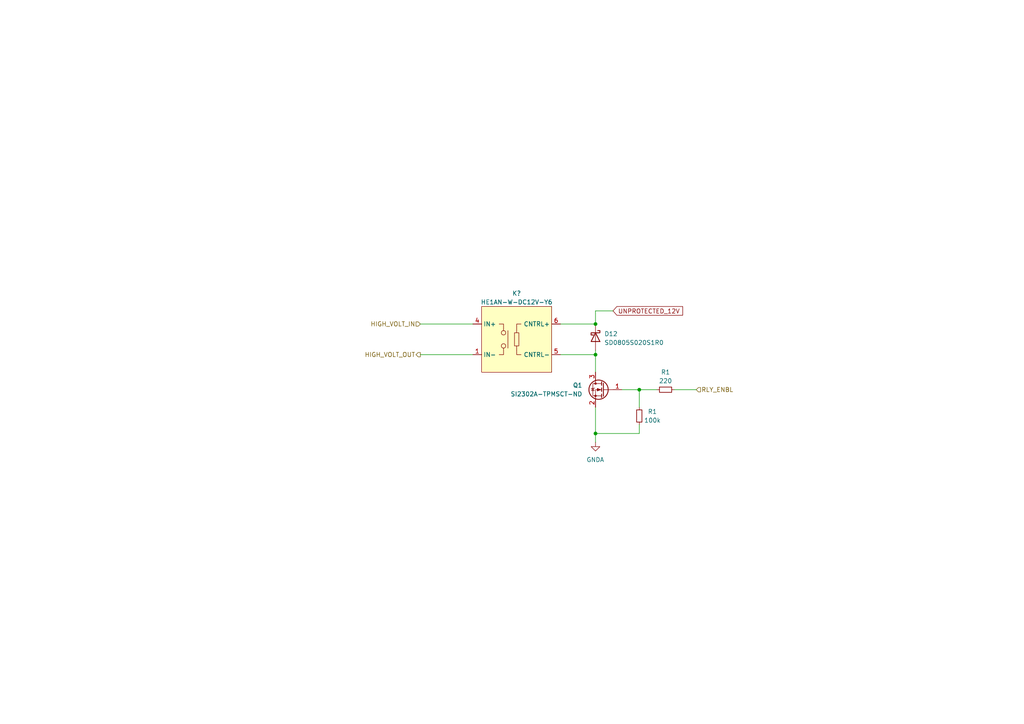
<source format=kicad_sch>
(kicad_sch (version 20230121) (generator eeschema)

  (uuid e4571f19-947f-4685-94a5-5102cc598433)

  (paper "A4")

  (lib_symbols
    (symbol "Device:D_Schottky" (pin_numbers hide) (pin_names (offset 1.016) hide) (in_bom yes) (on_board yes)
      (property "Reference" "D" (at 0 2.54 0)
        (effects (font (size 1.27 1.27)))
      )
      (property "Value" "D_Schottky" (at 0 -2.54 0)
        (effects (font (size 1.27 1.27)))
      )
      (property "Footprint" "" (at 0 0 0)
        (effects (font (size 1.27 1.27)) hide)
      )
      (property "Datasheet" "~" (at 0 0 0)
        (effects (font (size 1.27 1.27)) hide)
      )
      (property "ki_keywords" "diode Schottky" (at 0 0 0)
        (effects (font (size 1.27 1.27)) hide)
      )
      (property "ki_description" "Schottky diode" (at 0 0 0)
        (effects (font (size 1.27 1.27)) hide)
      )
      (property "ki_fp_filters" "TO-???* *_Diode_* *SingleDiode* D_*" (at 0 0 0)
        (effects (font (size 1.27 1.27)) hide)
      )
      (symbol "D_Schottky_0_1"
        (polyline
          (pts
            (xy 1.27 0)
            (xy -1.27 0)
          )
          (stroke (width 0) (type default))
          (fill (type none))
        )
        (polyline
          (pts
            (xy 1.27 1.27)
            (xy 1.27 -1.27)
            (xy -1.27 0)
            (xy 1.27 1.27)
          )
          (stroke (width 0.254) (type default))
          (fill (type none))
        )
        (polyline
          (pts
            (xy -1.905 0.635)
            (xy -1.905 1.27)
            (xy -1.27 1.27)
            (xy -1.27 -1.27)
            (xy -0.635 -1.27)
            (xy -0.635 -0.635)
          )
          (stroke (width 0.254) (type default))
          (fill (type none))
        )
      )
      (symbol "D_Schottky_1_1"
        (pin passive line (at -3.81 0 0) (length 2.54)
          (name "K" (effects (font (size 1.27 1.27))))
          (number "1" (effects (font (size 1.27 1.27))))
        )
        (pin passive line (at 3.81 0 180) (length 2.54)
          (name "A" (effects (font (size 1.27 1.27))))
          (number "2" (effects (font (size 1.27 1.27))))
        )
      )
    )
    (symbol "Device:Q_NMOS_GSD" (pin_names (offset 0) hide) (in_bom yes) (on_board yes)
      (property "Reference" "Q" (at 5.08 1.27 0)
        (effects (font (size 1.27 1.27)) (justify left))
      )
      (property "Value" "Q_NMOS_GSD" (at 5.08 -1.27 0)
        (effects (font (size 1.27 1.27)) (justify left))
      )
      (property "Footprint" "" (at 5.08 2.54 0)
        (effects (font (size 1.27 1.27)) hide)
      )
      (property "Datasheet" "~" (at 0 0 0)
        (effects (font (size 1.27 1.27)) hide)
      )
      (property "ki_keywords" "transistor NMOS N-MOS N-MOSFET" (at 0 0 0)
        (effects (font (size 1.27 1.27)) hide)
      )
      (property "ki_description" "N-MOSFET transistor, gate/source/drain" (at 0 0 0)
        (effects (font (size 1.27 1.27)) hide)
      )
      (symbol "Q_NMOS_GSD_0_1"
        (polyline
          (pts
            (xy 0.254 0)
            (xy -2.54 0)
          )
          (stroke (width 0) (type default))
          (fill (type none))
        )
        (polyline
          (pts
            (xy 0.254 1.905)
            (xy 0.254 -1.905)
          )
          (stroke (width 0.254) (type default))
          (fill (type none))
        )
        (polyline
          (pts
            (xy 0.762 -1.27)
            (xy 0.762 -2.286)
          )
          (stroke (width 0.254) (type default))
          (fill (type none))
        )
        (polyline
          (pts
            (xy 0.762 0.508)
            (xy 0.762 -0.508)
          )
          (stroke (width 0.254) (type default))
          (fill (type none))
        )
        (polyline
          (pts
            (xy 0.762 2.286)
            (xy 0.762 1.27)
          )
          (stroke (width 0.254) (type default))
          (fill (type none))
        )
        (polyline
          (pts
            (xy 2.54 2.54)
            (xy 2.54 1.778)
          )
          (stroke (width 0) (type default))
          (fill (type none))
        )
        (polyline
          (pts
            (xy 2.54 -2.54)
            (xy 2.54 0)
            (xy 0.762 0)
          )
          (stroke (width 0) (type default))
          (fill (type none))
        )
        (polyline
          (pts
            (xy 0.762 -1.778)
            (xy 3.302 -1.778)
            (xy 3.302 1.778)
            (xy 0.762 1.778)
          )
          (stroke (width 0) (type default))
          (fill (type none))
        )
        (polyline
          (pts
            (xy 1.016 0)
            (xy 2.032 0.381)
            (xy 2.032 -0.381)
            (xy 1.016 0)
          )
          (stroke (width 0) (type default))
          (fill (type outline))
        )
        (polyline
          (pts
            (xy 2.794 0.508)
            (xy 2.921 0.381)
            (xy 3.683 0.381)
            (xy 3.81 0.254)
          )
          (stroke (width 0) (type default))
          (fill (type none))
        )
        (polyline
          (pts
            (xy 3.302 0.381)
            (xy 2.921 -0.254)
            (xy 3.683 -0.254)
            (xy 3.302 0.381)
          )
          (stroke (width 0) (type default))
          (fill (type none))
        )
        (circle (center 1.651 0) (radius 2.794)
          (stroke (width 0.254) (type default))
          (fill (type none))
        )
        (circle (center 2.54 -1.778) (radius 0.254)
          (stroke (width 0) (type default))
          (fill (type outline))
        )
        (circle (center 2.54 1.778) (radius 0.254)
          (stroke (width 0) (type default))
          (fill (type outline))
        )
      )
      (symbol "Q_NMOS_GSD_1_1"
        (pin input line (at -5.08 0 0) (length 2.54)
          (name "G" (effects (font (size 1.27 1.27))))
          (number "1" (effects (font (size 1.27 1.27))))
        )
        (pin passive line (at 2.54 -5.08 90) (length 2.54)
          (name "S" (effects (font (size 1.27 1.27))))
          (number "2" (effects (font (size 1.27 1.27))))
        )
        (pin passive line (at 2.54 5.08 270) (length 2.54)
          (name "D" (effects (font (size 1.27 1.27))))
          (number "3" (effects (font (size 1.27 1.27))))
        )
      )
    )
    (symbol "Device:R_Small" (pin_numbers hide) (pin_names (offset 0.254) hide) (in_bom yes) (on_board yes)
      (property "Reference" "R" (at 0.762 0.508 0)
        (effects (font (size 1.27 1.27)) (justify left))
      )
      (property "Value" "R_Small" (at 0.762 -1.016 0)
        (effects (font (size 1.27 1.27)) (justify left))
      )
      (property "Footprint" "" (at 0 0 0)
        (effects (font (size 1.27 1.27)) hide)
      )
      (property "Datasheet" "~" (at 0 0 0)
        (effects (font (size 1.27 1.27)) hide)
      )
      (property "ki_keywords" "R resistor" (at 0 0 0)
        (effects (font (size 1.27 1.27)) hide)
      )
      (property "ki_description" "Resistor, small symbol" (at 0 0 0)
        (effects (font (size 1.27 1.27)) hide)
      )
      (property "ki_fp_filters" "R_*" (at 0 0 0)
        (effects (font (size 1.27 1.27)) hide)
      )
      (symbol "R_Small_0_1"
        (rectangle (start -0.762 1.778) (end 0.762 -1.778)
          (stroke (width 0.2032) (type default))
          (fill (type none))
        )
      )
      (symbol "R_Small_1_1"
        (pin passive line (at 0 2.54 270) (length 0.762)
          (name "~" (effects (font (size 1.27 1.27))))
          (number "1" (effects (font (size 1.27 1.27))))
        )
        (pin passive line (at 0 -2.54 90) (length 0.762)
          (name "~" (effects (font (size 1.27 1.27))))
          (number "2" (effects (font (size 1.27 1.27))))
        )
      )
    )
    (symbol "RB_PARTS:HE1AN-W-DC12V-Y6" (in_bom yes) (on_board yes)
      (property "Reference" "K" (at -8.89 5.08 0)
        (effects (font (size 1.27 1.27)))
      )
      (property "Value" "HE1AN-W-DC12V-Y6" (at 0 2.54 0)
        (effects (font (size 1.27 1.27)))
      )
      (property "Footprint" "RB_FTP:HE1AN-W-DC12V-Y6_PAN" (at 0 0 0)
        (effects (font (size 1.27 1.27)) hide)
      )
      (property "Datasheet" "https://api.pim.na.industrial.panasonic.com/file_stream/main/fileversion/276" (at 0 0 0)
        (effects (font (size 1.27 1.27)) hide)
      )
      (symbol "HE1AN-W-DC12V-Y6_1_0"
        (pin passive line (at -12.7 -12.7 0) (length 2.54)
          (name "IN-" (effects (font (size 1.27 1.27))))
          (number "1" (effects (font (size 1.27 1.27))))
        )
        (pin passive line (at -12.7 -3.81 0) (length 2.54)
          (name "IN+" (effects (font (size 1.27 1.27))))
          (number "4" (effects (font (size 1.27 1.27))))
        )
        (pin passive line (at 12.7 -12.7 180) (length 2.54)
          (name "CNTRL-" (effects (font (size 1.27 1.27))))
          (number "5" (effects (font (size 1.27 1.27))))
        )
        (pin passive line (at 12.7 -3.81 180) (length 2.54)
          (name "CNTRL+" (effects (font (size 1.27 1.27))))
          (number "6" (effects (font (size 1.27 1.27))))
        )
      )
      (symbol "HE1AN-W-DC12V-Y6_1_1"
        (rectangle (start -10.16 1.27) (end 10.16 -17.78)
          (stroke (width 0) (type default))
          (fill (type background))
        )
        (circle (center -3.81 -10.16) (radius 0.635)
          (stroke (width 0) (type default))
          (fill (type none))
        )
        (circle (center -3.81 -6.35) (radius 0.635)
          (stroke (width 0) (type default))
          (fill (type none))
        )
        (rectangle (start -0.635 -6.35) (end 0.635 -10.16)
          (stroke (width 0) (type default))
          (fill (type none))
        )
        (polyline
          (pts
            (xy -2.54 -10.795)
            (xy -2.54 -5.715)
          )
          (stroke (width 0) (type default))
          (fill (type none))
        )
        (polyline
          (pts
            (xy 0 -11.43)
            (xy 0 -10.16)
          )
          (stroke (width 0) (type default))
          (fill (type none))
        )
        (polyline
          (pts
            (xy -5.08 -12.7)
            (xy -3.81 -12.7)
            (xy -3.81 -10.795)
          )
          (stroke (width 0) (type default))
          (fill (type none))
        )
        (polyline
          (pts
            (xy -5.08 -3.81)
            (xy -3.81 -3.81)
            (xy -3.81 -5.715)
          )
          (stroke (width 0) (type default))
          (fill (type none))
        )
        (polyline
          (pts
            (xy 0 -11.43)
            (xy 0 -12.7)
            (xy 1.27 -12.7)
          )
          (stroke (width 0) (type default))
          (fill (type none))
        )
        (polyline
          (pts
            (xy 1.27 -3.81)
            (xy 0 -3.81)
            (xy 0 -6.35)
          )
          (stroke (width 0) (type default))
          (fill (type none))
        )
      )
    )
    (symbol "power:GNDA" (power) (pin_names (offset 0)) (in_bom yes) (on_board yes)
      (property "Reference" "#PWR" (at 0 -6.35 0)
        (effects (font (size 1.27 1.27)) hide)
      )
      (property "Value" "GNDA" (at 0 -3.81 0)
        (effects (font (size 1.27 1.27)))
      )
      (property "Footprint" "" (at 0 0 0)
        (effects (font (size 1.27 1.27)) hide)
      )
      (property "Datasheet" "" (at 0 0 0)
        (effects (font (size 1.27 1.27)) hide)
      )
      (property "ki_keywords" "global power" (at 0 0 0)
        (effects (font (size 1.27 1.27)) hide)
      )
      (property "ki_description" "Power symbol creates a global label with name \"GNDA\" , analog ground" (at 0 0 0)
        (effects (font (size 1.27 1.27)) hide)
      )
      (symbol "GNDA_0_1"
        (polyline
          (pts
            (xy 0 0)
            (xy 0 -1.27)
            (xy 1.27 -1.27)
            (xy 0 -2.54)
            (xy -1.27 -1.27)
            (xy 0 -1.27)
          )
          (stroke (width 0) (type default))
          (fill (type none))
        )
      )
      (symbol "GNDA_1_1"
        (pin power_in line (at 0 0 270) (length 0) hide
          (name "GNDA" (effects (font (size 1.27 1.27))))
          (number "1" (effects (font (size 1.27 1.27))))
        )
      )
    )
  )

  (junction (at 172.72 125.73) (diameter 0) (color 0 0 0 0)
    (uuid 472511ba-4953-4af6-9235-e1d5a26a9c89)
  )
  (junction (at 185.42 113.03) (diameter 0) (color 0 0 0 0)
    (uuid 5e8d81d8-5a25-4bfd-9652-89090427e095)
  )
  (junction (at 172.72 93.98) (diameter 0) (color 0 0 0 0)
    (uuid e6c78bb9-69a8-43fc-9988-7fabe41a2081)
  )
  (junction (at 172.72 102.87) (diameter 0) (color 0 0 0 0)
    (uuid ff0c26a9-c029-4293-8e4e-aa525b873f4b)
  )

  (wire (pts (xy 177.8 90.17) (xy 172.72 90.17))
    (stroke (width 0) (type default))
    (uuid 1445f4f2-e988-446d-832e-ef1117e8a4ed)
  )
  (wire (pts (xy 172.72 125.73) (xy 185.42 125.73))
    (stroke (width 0) (type default))
    (uuid 316d2a5e-2f81-49bc-9167-8c4a06017cf1)
  )
  (wire (pts (xy 162.56 102.87) (xy 172.72 102.87))
    (stroke (width 0) (type default))
    (uuid 3a96499e-42ee-4aa4-b363-b46326734b6a)
  )
  (wire (pts (xy 172.72 101.6) (xy 172.72 102.87))
    (stroke (width 0) (type default))
    (uuid 499fcaad-8ab2-4193-883b-390a9ddc828c)
  )
  (wire (pts (xy 185.42 118.11) (xy 185.42 113.03))
    (stroke (width 0) (type default))
    (uuid 763cb881-e1b3-4dd6-8b32-0e7e8fa1559c)
  )
  (wire (pts (xy 185.42 125.73) (xy 185.42 123.19))
    (stroke (width 0) (type default))
    (uuid 803644e3-3bae-4d9e-9aa3-a603ed81a721)
  )
  (wire (pts (xy 172.72 125.73) (xy 172.72 128.27))
    (stroke (width 0) (type default))
    (uuid 93ecda45-bc97-4e53-854e-75a61a373eac)
  )
  (wire (pts (xy 172.72 102.87) (xy 172.72 107.95))
    (stroke (width 0) (type default))
    (uuid 94e21ffb-a5b3-4c71-90ab-7288931ed8f7)
  )
  (wire (pts (xy 162.56 93.98) (xy 172.72 93.98))
    (stroke (width 0) (type default))
    (uuid 99e982ca-ef47-4fc2-abfb-9f06b21cec61)
  )
  (wire (pts (xy 201.93 113.03) (xy 195.58 113.03))
    (stroke (width 0) (type default))
    (uuid 99f279d8-7df8-4b6f-a66c-8f0c56259974)
  )
  (wire (pts (xy 172.72 90.17) (xy 172.72 93.98))
    (stroke (width 0) (type default))
    (uuid a24c470c-8669-47f1-bb35-5dcab3700ec5)
  )
  (wire (pts (xy 172.72 118.11) (xy 172.72 125.73))
    (stroke (width 0) (type default))
    (uuid bdcd1f19-4f10-4afe-a30c-b61a1c469fc7)
  )
  (wire (pts (xy 121.92 102.87) (xy 137.16 102.87))
    (stroke (width 0) (type default))
    (uuid d427f83a-149d-4f99-b27e-127aeb78eb4a)
  )
  (wire (pts (xy 121.92 93.98) (xy 137.16 93.98))
    (stroke (width 0) (type default))
    (uuid d7b5415a-550f-4b24-93d3-b427dfc3de4b)
  )
  (wire (pts (xy 185.42 113.03) (xy 180.34 113.03))
    (stroke (width 0) (type default))
    (uuid e6d247e4-e95f-4c39-a6c7-c01659b25f40)
  )
  (wire (pts (xy 190.5 113.03) (xy 185.42 113.03))
    (stroke (width 0) (type default))
    (uuid fb60cffb-1765-425b-996b-74ff428d70cd)
  )

  (global_label "UNPROTECTED_12V" (shape input) (at 177.8 90.17 0) (fields_autoplaced)
    (effects (font (size 1.27 1.27)) (justify left))
    (uuid bd1871a0-0526-4243-9088-93d1a3cc87de)
    (property "Intersheetrefs" "${INTERSHEET_REFS}" (at 198.4857 90.17 0)
      (effects (font (size 1.27 1.27)) (justify left) hide)
    )
  )

  (hierarchical_label "HIGH_VOLT_IN" (shape input) (at 121.92 93.98 180) (fields_autoplaced)
    (effects (font (size 1.27 1.27)) (justify right))
    (uuid 015908ff-156d-4135-a9c5-10bc228d84ac)
  )
  (hierarchical_label "RLY_ENBL" (shape input) (at 201.93 113.03 0) (fields_autoplaced)
    (effects (font (size 1.27 1.27)) (justify left))
    (uuid 5fee665b-f7c7-4b4a-953a-a055ff65ac52)
  )
  (hierarchical_label "HIGH_VOLT_OUT" (shape output) (at 121.92 102.87 180) (fields_autoplaced)
    (effects (font (size 1.27 1.27)) (justify right))
    (uuid ce861bc9-11af-40a4-8cd6-a3f86f033eb3)
  )

  (symbol (lib_id "Device:D_Schottky") (at 172.72 97.79 270) (unit 1)
    (in_bom yes) (on_board yes) (dnp no) (fields_autoplaced)
    (uuid 328ce1f7-d893-4d22-a1f9-5846dff8cb26)
    (property "Reference" "D12" (at 175.26 96.8375 90)
      (effects (font (size 1.27 1.27)) (justify left))
    )
    (property "Value" "SD0805S020S1R0" (at 175.26 99.3775 90)
      (effects (font (size 1.27 1.27)) (justify left))
    )
    (property "Footprint" "Diode_SMD:D_0805_2012Metric_Pad1.15x1.40mm_HandSolder" (at 172.72 97.79 0)
      (effects (font (size 1.27 1.27)) hide)
    )
    (property "Datasheet" "https://datasheets.kyocera-avx.com/schottky.pdf" (at 172.72 97.79 0)
      (effects (font (size 1.27 1.27)) hide)
    )
    (property "Part#" "" (at 172.72 97.79 0)
      (effects (font (size 1.27 1.27)) hide)
    )
    (pin "1" (uuid e5b4e568-f867-4ae9-82ab-853a53f53efc))
    (pin "2" (uuid 3561d5c7-1f6b-4785-a6f7-888e44f32c84))
    (instances
      (project "Relay_Board_Lucy_V1"
        (path "/1f586fab-d165-4cda-895e-cc224a8182b4/e3e3a679-5f79-4d77-8bec-4f63930827cc"
          (reference "D12") (unit 1)
        )
        (path "/1f586fab-d165-4cda-895e-cc224a8182b4/2c5921d2-6c17-4365-bb30-821f28165af3"
          (reference "D13") (unit 1)
        )
      )
    )
  )

  (symbol (lib_id "power:GNDA") (at 172.72 128.27 0) (unit 1)
    (in_bom yes) (on_board yes) (dnp no)
    (uuid 53699693-0a75-4c74-9d09-48649c124133)
    (property "Reference" "#PWR023" (at 172.72 134.62 0)
      (effects (font (size 1.27 1.27)) hide)
    )
    (property "Value" "GNDA" (at 175.26 133.35 0)
      (effects (font (size 1.27 1.27)) (justify right))
    )
    (property "Footprint" "" (at 172.72 128.27 0)
      (effects (font (size 1.27 1.27)) hide)
    )
    (property "Datasheet" "" (at 172.72 128.27 0)
      (effects (font (size 1.27 1.27)) hide)
    )
    (pin "1" (uuid 878bdcba-1c7e-43ac-b239-a75e1ee29ec9))
    (instances
      (project "Relay_Board_Lucy_V1"
        (path "/1f586fab-d165-4cda-895e-cc224a8182b4/d0430468-7d1b-42a2-a24e-658bd737b804"
          (reference "#PWR023") (unit 1)
        )
        (path "/1f586fab-d165-4cda-895e-cc224a8182b4"
          (reference "#PWR025") (unit 1)
        )
        (path "/1f586fab-d165-4cda-895e-cc224a8182b4/ed81dffe-8ef6-4a6b-bb11-de534fb08671"
          (reference "#PWR05") (unit 1)
        )
        (path "/1f586fab-d165-4cda-895e-cc224a8182b4/4b1c0f83-d3c7-42cf-a2fc-f90e1b4570a4"
          (reference "#PWR028") (unit 1)
        )
        (path "/1f586fab-d165-4cda-895e-cc224a8182b4/e3e3a679-5f79-4d77-8bec-4f63930827cc"
          (reference "#PWR065") (unit 1)
        )
        (path "/1f586fab-d165-4cda-895e-cc224a8182b4/2c5921d2-6c17-4365-bb30-821f28165af3"
          (reference "#PWR066") (unit 1)
        )
      )
    )
  )

  (symbol (lib_id "Device:Q_NMOS_GSD") (at 175.26 113.03 0) (mirror y) (unit 1)
    (in_bom yes) (on_board yes) (dnp no) (fields_autoplaced)
    (uuid 6aaa3055-dc19-44a3-ab83-ed32f8d7982b)
    (property "Reference" "Q1" (at 168.91 111.76 0)
      (effects (font (size 1.27 1.27)) (justify left))
    )
    (property "Value" "SI2302A-TPMSCT-ND" (at 168.91 114.3 0)
      (effects (font (size 1.27 1.27)) (justify left))
    )
    (property "Footprint" "Package_TO_SOT_SMD:SOT-23-3" (at 170.18 110.49 0)
      (effects (font (size 1.27 1.27)) hide)
    )
    (property "Datasheet" "https://www.mccsemi.com/pdf/Products/SI2302A(SOT-23).pdf" (at 175.26 113.03 0)
      (effects (font (size 1.27 1.27)) hide)
    )
    (property "Part#" "" (at 175.26 113.03 0)
      (effects (font (size 1.27 1.27)) hide)
    )
    (pin "1" (uuid b2dffa21-4d22-4aca-af93-c7252fa10ffe))
    (pin "2" (uuid bced9656-bdec-42f8-be3b-1faed8727fa3))
    (pin "3" (uuid 88cd89ae-d1bd-4a32-b1b9-4fd06faf2d39))
    (instances
      (project "Relay_Board_Lucy_V1"
        (path "/1f586fab-d165-4cda-895e-cc224a8182b4"
          (reference "Q1") (unit 1)
        )
        (path "/1f586fab-d165-4cda-895e-cc224a8182b4/e3e3a679-5f79-4d77-8bec-4f63930827cc"
          (reference "Q2") (unit 1)
        )
        (path "/1f586fab-d165-4cda-895e-cc224a8182b4/2c5921d2-6c17-4365-bb30-821f28165af3"
          (reference "Q3") (unit 1)
        )
      )
    )
  )

  (symbol (lib_id "Device:R_Small") (at 185.42 120.65 0) (mirror y) (unit 1)
    (in_bom yes) (on_board yes) (dnp no)
    (uuid 9b864b18-abdf-4a8e-8d41-b17e503ccd78)
    (property "Reference" "R1" (at 189.23 119.38 0)
      (effects (font (size 1.27 1.27)))
    )
    (property "Value" "100k" (at 189.23 121.92 0)
      (effects (font (size 1.27 1.27)))
    )
    (property "Footprint" "Resistor_SMD:R_0603_1608Metric" (at 185.42 120.65 0)
      (effects (font (size 1.27 1.27)) hide)
    )
    (property "Datasheet" "~" (at 185.42 120.65 0)
      (effects (font (size 1.27 1.27)) hide)
    )
    (property "Part#" "" (at 185.42 120.65 0)
      (effects (font (size 1.27 1.27)) hide)
    )
    (pin "1" (uuid 4709c2c0-c3ce-41dd-8736-1226dbc135b1))
    (pin "2" (uuid 78ff3bc1-d8d2-42af-ba02-6a1fcbb88bfb))
    (instances
      (project "Relay_Board_Lucy_V1"
        (path "/1f586fab-d165-4cda-895e-cc224a8182b4/d0430468-7d1b-42a2-a24e-658bd737b804"
          (reference "R1") (unit 1)
        )
        (path "/1f586fab-d165-4cda-895e-cc224a8182b4"
          (reference "R2") (unit 1)
        )
        (path "/1f586fab-d165-4cda-895e-cc224a8182b4/e3e3a679-5f79-4d77-8bec-4f63930827cc"
          (reference "R26") (unit 1)
        )
        (path "/1f586fab-d165-4cda-895e-cc224a8182b4/2c5921d2-6c17-4365-bb30-821f28165af3"
          (reference "R28") (unit 1)
        )
      )
    )
  )

  (symbol (lib_id "Device:R_Small") (at 193.04 113.03 90) (mirror x) (unit 1)
    (in_bom yes) (on_board yes) (dnp no)
    (uuid e7958aa9-0288-4f88-bd1b-958ce26db991)
    (property "Reference" "R1" (at 193.04 107.95 90)
      (effects (font (size 1.27 1.27)))
    )
    (property "Value" "220" (at 193.04 110.49 90)
      (effects (font (size 1.27 1.27)))
    )
    (property "Footprint" "Resistor_SMD:R_0603_1608Metric" (at 193.04 113.03 0)
      (effects (font (size 1.27 1.27)) hide)
    )
    (property "Datasheet" "~" (at 193.04 113.03 0)
      (effects (font (size 1.27 1.27)) hide)
    )
    (property "Part#" "" (at 193.04 113.03 0)
      (effects (font (size 1.27 1.27)) hide)
    )
    (pin "1" (uuid 8b4e24b3-4842-4820-9f16-dce4e4612e47))
    (pin "2" (uuid cfe18930-0bc6-4cda-baeb-d4334b073e2a))
    (instances
      (project "Relay_Board_Lucy_V1"
        (path "/1f586fab-d165-4cda-895e-cc224a8182b4/d0430468-7d1b-42a2-a24e-658bd737b804"
          (reference "R1") (unit 1)
        )
        (path "/1f586fab-d165-4cda-895e-cc224a8182b4"
          (reference "R2") (unit 1)
        )
        (path "/1f586fab-d165-4cda-895e-cc224a8182b4/e3e3a679-5f79-4d77-8bec-4f63930827cc"
          (reference "R27") (unit 1)
        )
        (path "/1f586fab-d165-4cda-895e-cc224a8182b4/2c5921d2-6c17-4365-bb30-821f28165af3"
          (reference "R29") (unit 1)
        )
      )
    )
  )

  (symbol (lib_id "RB_PARTS:HE1AN-W-DC12V-Y6") (at 149.86 90.17 0) (unit 1)
    (in_bom yes) (on_board yes) (dnp no) (fields_autoplaced)
    (uuid ed7f8636-1db5-436c-9943-ecf275db4a82)
    (property "Reference" "K?" (at 149.86 85.09 0)
      (effects (font (size 1.27 1.27)))
    )
    (property "Value" "HE1AN-W-DC12V-Y6" (at 149.86 87.63 0)
      (effects (font (size 1.27 1.27)))
    )
    (property "Footprint" "RB_FTP:HE1AN-P-DC12V-H18" (at 149.86 90.17 0)
      (effects (font (size 1.27 1.27)) hide)
    )
    (property "Datasheet" "https://api.pim.na.industrial.panasonic.com/file_stream/main/fileversion/276" (at 149.86 90.17 0)
      (effects (font (size 1.27 1.27)) hide)
    )
    (property "Part#" "" (at 149.86 90.17 0)
      (effects (font (size 1.27 1.27)) hide)
    )
    (pin "1" (uuid bc4d4f20-64b1-4318-8edd-4b71774fe0d0))
    (pin "4" (uuid b4ebe821-65c5-4fc3-84b4-3d20bd246547))
    (pin "5" (uuid c46f6a64-1bbe-45f1-b41e-6984dba3e649))
    (pin "6" (uuid 194d0844-8e91-47bd-9e3a-5c9f3947f2c5))
    (instances
      (project "Relay_Board_Lucy_V1"
        (path "/1f586fab-d165-4cda-895e-cc224a8182b4"
          (reference "K?") (unit 1)
        )
        (path "/1f586fab-d165-4cda-895e-cc224a8182b4/e3e3a679-5f79-4d77-8bec-4f63930827cc"
          (reference "K1") (unit 1)
        )
        (path "/1f586fab-d165-4cda-895e-cc224a8182b4/2c5921d2-6c17-4365-bb30-821f28165af3"
          (reference "K2") (unit 1)
        )
      )
    )
  )
)

</source>
